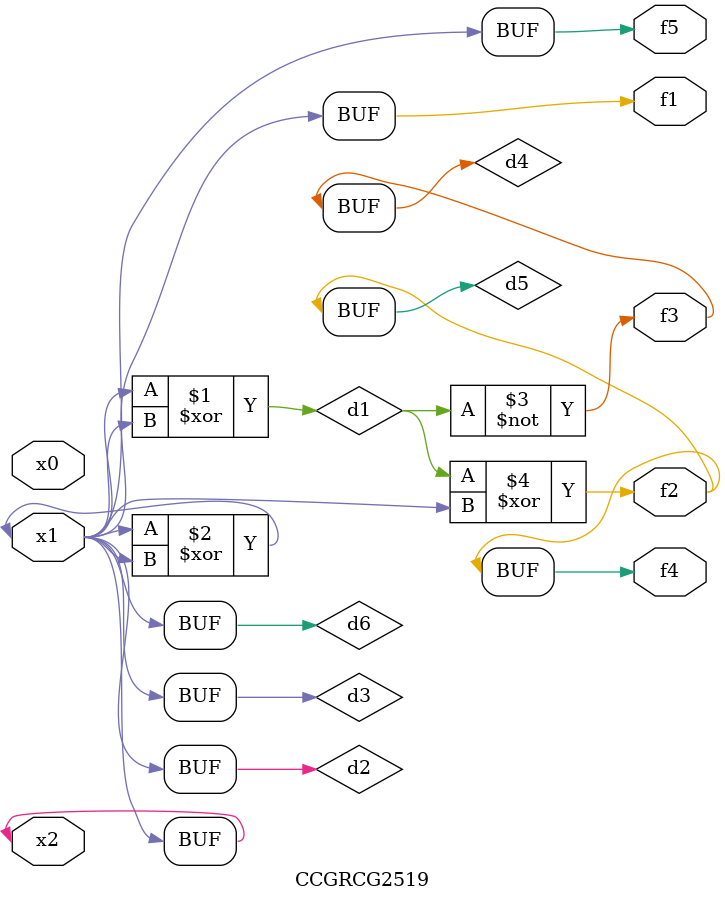
<source format=v>
module CCGRCG2519(
	input x0, x1, x2,
	output f1, f2, f3, f4, f5
);

	wire d1, d2, d3, d4, d5, d6;

	xor (d1, x1, x2);
	buf (d2, x1, x2);
	xor (d3, x1, x2);
	nor (d4, d1);
	xor (d5, d1, d2);
	buf (d6, d2, d3);
	assign f1 = d6;
	assign f2 = d5;
	assign f3 = d4;
	assign f4 = d5;
	assign f5 = d6;
endmodule

</source>
